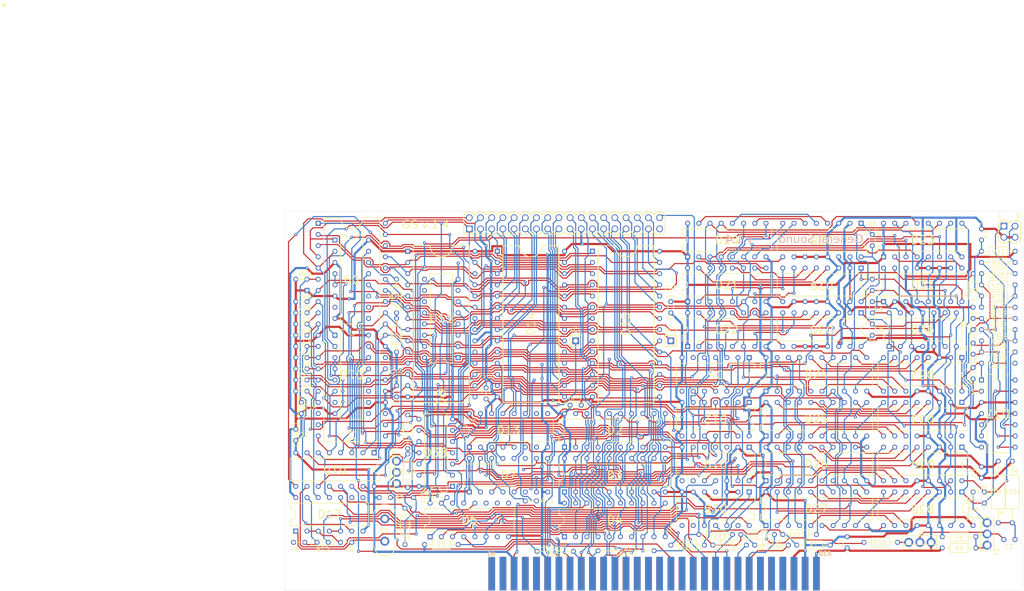
<source format=kicad_pcb>
(kicad_pcb
	(version 20240108)
	(generator "pcbnew")
	(generator_version "8.0")
	(general
		(thickness 1.6)
		(legacy_teardrops no)
	)
	(paper "A4")
	(title_block
		(title "General Sound")
		(rev "v.1.4")
		(company "X-TRADE")
	)
	(layers
		(0 "F.Cu" signal)
		(31 "B.Cu" signal)
		(32 "B.Adhes" user "B.Adhesive")
		(33 "F.Adhes" user "F.Adhesive")
		(34 "B.Paste" user)
		(35 "F.Paste" user)
		(36 "B.SilkS" user "B.Silkscreen")
		(37 "F.SilkS" user "F.Silkscreen")
		(38 "B.Mask" user)
		(39 "F.Mask" user)
		(40 "Dwgs.User" user "User.Drawings")
		(41 "Cmts.User" user "User.Comments")
		(42 "Eco1.User" user "User.Eco1")
		(43 "Eco2.User" user "User.Eco2")
		(44 "Edge.Cuts" user)
		(45 "Margin" user)
		(46 "B.CrtYd" user "B.Courtyard")
		(47 "F.CrtYd" user "F.Courtyard")
		(48 "B.Fab" user)
		(49 "F.Fab" user)
		(50 "User.1" user)
		(51 "User.2" user)
		(52 "User.3" user)
		(53 "User.4" user)
		(54 "User.5" user)
		(55 "User.6" user)
		(56 "User.7" user)
		(57 "User.8" user)
		(58 "User.9" user)
	)
	(setup
		(stackup
			(layer "F.SilkS"
				(type "Top Silk Screen")
			)
			(layer "F.Paste"
				(type "Top Solder Paste")
			)
			(layer "F.Mask"
				(type "Top Solder Mask")
				(thickness 0.01)
			)
			(layer "F.Cu"
				(type "copper")
				(thickness 0.035)
			)
			(layer "dielectric 1"
				(type "core")
				(thickness 1.51)
				(material "FR4")
				(epsilon_r 4.5)
				(loss_tangent 0.02)
			)
			(layer "B.Cu"
				(type "copper")
				(thickness 0.035)
			)
			(layer "B.Mask"
				(type "Bottom Solder Mask")
				(thickness 0.01)
			)
			(layer "B.Paste"
				(type "Bottom Solder Paste")
			)
			(layer "B.SilkS"
				(type "Bottom Silk Screen")
			)
			(copper_finish "None")
			(dielectric_constraints no)
		)
		(pad_to_mask_clearance 0)
		(allow_soldermask_bridges_in_footprints no)
		(pcbplotparams
			(layerselection 0x00010fc_ffffffff)
			(plot_on_all_layers_selection 0x0000000_00000000)
			(disableapertmacros no)
			(usegerberextensions no)
			(usegerberattributes yes)
			(usegerberadvancedattributes yes)
			(creategerberjobfile yes)
			(dashed_line_dash_ratio 12.000000)
			(dashed_line_gap_ratio 3.000000)
			(svgprecision 4)
			(plotframeref no)
			(viasonmask no)
			(mode 1)
			(useauxorigin no)
			(hpglpennumber 1)
			(hpglpenspeed 20)
			(hpglpendiameter 15.000000)
			(pdf_front_fp_property_popups yes)
			(pdf_back_fp_property_popups yes)
			(dxfpolygonmode yes)
			(dxfimperialunits yes)
			(dxfusepcbnewfont yes)
			(psnegative no)
			(psa4output no)
			(plotreference yes)
			(plotvalue yes)
			(plotfptext yes)
			(plotinvisibletext no)
			(sketchpadsonfab no)
			(subtractmaskfromsilk no)
			(outputformat 1)
			(mirror no)
			(drillshape 1)
			(scaleselection 1)
			(outputdirectory "")
		)
	)
	(net 0 "")
	(net 1 "RES")
	(net 2 "A4")
	(net 3 "A5")
	(net 4 "A6")
	(net 5 "A7")
	(net 6 "A10")
	(net 7 "A11")
	(net 8 "A12")
	(net 9 "GM")
	(net 10 "15")
	(net 11 "XN00023")
	(net 12 "19")
	(net 13 "18")
	(net 14 "XN00022")
	(net 15 "XN00027")
	(net 16 "2")
	(net 17 "ROM")
	(net 18 "CROM")
	(net 19 "MM1")
	(net 20 "B2")
	(net 21 "CD")
	(net 22 "CF")
	(net 23 "6")
	(net 24 "KL1")
	(net 25 "B3")
	(net 26 "B4")
	(net 27 "CB")
	(net 28 "INT")
	(net 29 "4")
	(net 30 "WR")
	(net 31 "K1")
	(net 32 "P1")
	(net 33 "P2")
	(net 34 "T3")
	(net 35 "RD")
	(net 36 "NMI")
	(net 37 "Z0")
	(net 38 "Z1")
	(net 39 "Z2")
	(net 40 "Z3")
	(net 41 "Z4")
	(net 42 "Z5")
	(net 43 "Z6")
	(net 44 "Z7")
	(net 45 "17")
	(net 46 "14")
	(net 47 "CP")
	(net 48 "16")
	(net 49 "20")
	(net 50 "5")
	(net 51 "8")
	(net 52 "XN00025")
	(net 53 "ZIQCE")
	(net 54 "10")
	(net 55 "KR1")
	(net 56 "9")
	(net 57 "CSDD")
	(net 58 "ZA2")
	(net 59 "ZA6")
	(net 60 "11")
	(net 61 "R1")
	(net 62 "13")
	(net 63 "12")
	(net 64 "ZA1")
	(net 65 "ZA4")
	(net 66 "B1X")
	(net 67 "ZWR")
	(net 68 "ZA5")
	(net 69 "ZA7")
	(net 70 "ZA0")
	(net 71 "ZM")
	(net 72 "IN")
	(net 73 "21")
	(net 74 "22")
	(net 75 "23")
	(net 76 "24")
	(net 77 "25")
	(net 78 "26")
	(net 79 "27")
	(net 80 "100")
	(net 81 "1")
	(net 82 "CC")
	(net 83 "ZA3")
	(net 84 "28")
	(net 85 "M1")
	(net 86 "/K1")
	(net 87 "3")
	(net 88 "IRQ")
	(net 89 "RSTR")
	(net 90 "MRQ")
	(net 91 "A0")
	(net 92 "A1")
	(net 93 "A2")
	(net 94 "A3")
	(net 95 "A8")
	(net 96 "A9")
	(net 97 "A13")
	(net 98 "A14")
	(net 99 "A15")
	(net 100 "B0")
	(net 101 "B1")
	(net 102 "CDD")
	(net 103 "CLK")
	(net 104 "29")
	(net 105 "CSC")
	(net 106 "CSD")
	(net 107 "CSF")
	(net 108 "D0")
	(net 109 "D1")
	(net 110 "D2")
	(net 111 "D3")
	(net 112 "D4")
	(net 113 "D5")
	(net 114 "D6")
	(net 115 "D7")
	(net 116 "30")
	(net 117 "31")
	(net 118 "K2")
	(net 119 "K3")
	(net 120 "K4")
	(net 121 "R2")
	(net 122 "32")
	(net 123 "RAM1")
	(net 124 "RAM2")
	(net 125 "T0")
	(net 126 "T1")
	(net 127 "T2")
	(net 128 "V0")
	(net 129 "V1")
	(net 130 "V2")
	(net 131 "V3")
	(net 132 "L0")
	(net 133 "ZIQ")
	(net 134 "33")
	(net 135 "0P")
	(net 136 "34")
	(net 137 "GND")
	(net 138 "VCC")
	(net 139 "-5V")
	(net 140 "35")
	(net 141 "36")
	(net 142 "37")
	(net 143 "38")
	(net 144 "39")
	(net 145 "40")
	(net 146 "41")
	(net 147 "42")
	(net 148 "75")
	(net 149 "77")
	(net 150 "L1")
	(net 151 "79")
	(net 152 "L2")
	(net 153 "81")
	(net 154 "L3")
	(net 155 "43")
	(net 156 "44")
	(net 157 "45")
	(net 158 "46")
	(net 159 "47")
	(net 160 "48")
	(net 161 "49")
	(net 162 "50")
	(net 163 "51")
	(net 164 "98")
	(net 165 "52")
	(net 166 "53")
	(net 167 "54")
	(net 168 "55")
	(net 169 "56")
	(net 170 "57")
	(net 171 "58")
	(net 172 "59")
	(net 173 "60")
	(net 174 "61")
	(net 175 "62")
	(net 176 "63")
	(net 177 "64")
	(net 178 "65")
	(net 179 "66")
	(net 180 "67")
	(net 181 "68")
	(net 182 "69")
	(net 183 "70")
	(net 184 "71")
	(net 185 "72")
	(net 186 "73")
	(net 187 "74")
	(net 188 "83")
	(net 189 "XN00010")
	(net 190 "XN00044")
	(net 191 "XN00043")
	(net 192 "97")
	(net 193 "101")
	(net 194 "102")
	(net 195 "99")
	(footprint "ИД7_1" (layer "F.Cu") (at 83.84 100.755 180))
	(footprint "ИД7_1" (layer "F.Cu") (at 105.43 99.485))
	(footprint "D_D2_1" (layer "F.Cu") (at 92.73 110.915))
	(footprint "ТМ9_1" (layer "F.Cu") (at 154.96 76.625))
	(footprint "Z80_1" (layer "F.Cu") (at 71.14 48.685 -90))
	(footprint "КТ1_1" (layer "F.Cu") (at 88.92 107.74 180))
	(footprint "D_D2_1" (layer "F.Cu") (at 157.5 119.297))
	(footprint "D_D2_1" (layer "F.Cu") (at 176.55 119.297))
	(footprint "ZXEDGE-60_1" (layer "F.Cu") (at 110.51 128.187))
	(footprint "572ПА1_1" (layer "F.Cu") (at 217.19 109.645 180))
	(footprint "D_D1_1" (layer "F.Cu") (at 109.24 86.023 -90))
	(footprint "D_12_1" (layer "F.Cu") (at 228.62 102.66 -90))
	(footprint "RES_R3_1" (layer "F.Cu") (at 68.6 69.005 180))
	(footprint "PLD-1_1" (layer "F.Cu") (at 129.56 75.355))
	(footprint "RES_R3_1" (layer "F.Cu") (at 68.6 61.385 180))
	(footprint "ИД7_1" (layer "F.Cu") (at 102.89 79.165 90))
	(footprint "D_D3_1" (layer "F.Cu") (at 120.797 123.107))
	(footprint "КТ_1" (layer "F.Cu") (at 210.205 121.075 -90))
	(footprint "CAP-K50-6-10_1" (layer "F.Cu") (at 221.635 52.495 90))
	(footprint "ИЕ19_1" (layer "F.Cu") (at 168.93 99.485 180))
	(footprint "ИР23_1" (layer "F.Cu") (at 172.74 96.945))
	(footprint "ЛН1_1" (layer "F.Cu") (at 66.06 118.535))
	(footprint "RES_R3_1" (layer "F.Cu") (at 68.6 71.545 180))
	(footprint "CAP_C2_1" (layer "F.Cu") (at 73.426 121.075 180))
	(footprint "CAP_C2_1" (layer "F.Cu") (at 196.87 53.765 90))
	(footprint "1401УД2_1" (layer "F.Cu") (at 200.68 76.625))
	(footprint "RES_R2_1" (layer "F.Cu") (at 212.745 122.345))
	(footprint (layer "F.Cu") (at 68.6 63.925))
	(footprint "CAP_C2_1" (layer "F.Cu") (at 151.15 69.005 90))
	(footprint "ТМ2_1" (layer "F.Cu") (at 168.93 79.165 180))
	(footprint "RES_R3_1" (layer "F.Cu") (at 65.552 121.075))
	(footprint "RES_R2_1" (layer "F.Cu") (at 91.46 108.629 90))
	(footprint "CAP_C2_1" (layer "F.Cu") (at 196.87 61.385 -90))
	(footprint "ИЕ2_1" (layer "F.Cu") (at 168.93 109.645 180))
	(footprint "572ПА1_1" (layer "F.Cu") (at 217.19 99.485 180))
	(footprint "ИР23_1" (layer "F.Cu") (at 127.02 99.485))
	(footprint "КТ1_1" (layer "F.Cu") (at 222.905 116.63))
	(footprint "D_D2_1" (layer "F.Cu") (at 88.92 69.005 90))
	(footprint "CAP-K50-6-10_1" (layer "F.Cu") (at 191.155 119.805 -90))
	(footprint "RES_R3_1" (layer "F.Cu") (at 68.6 66.465 180))
	(footprint "ИД7_1" (layer "F.Cu") (at 74.95 74.085 -90))
	(footprint "RES_R2_1" (layer "F.Cu") (at 221.635 75.355))
	(footprint "RES_R2_1" (layer "F.Cu") (at 88.92 70.275 -90))
	(footprint "RES_R2_1" (layer "F.Cu") (at 219.73 67.735 90))
	(footprint "RES_R2_1" (layer "F.Cu") (at 221.635 60.115))
	(footprint "D_D2_1" (layer "F.Cu") (at 167.025 119.297))
	(footprint "CAP_C2_1" (layer "F.Cu") (at 219.73 78.403 90))
	(footprint "572ПА1_1" (layer "F.Cu") (at 194.33 58.845 180))
	(footprint "RES_R2_1" (layer "F.Cu") (at 221.635 55.035))
	(footprint "CAP_C2_1" (layer "F.Cu") (at 88.92 88.055 90))
	(footprint "ИР23_1" (layer "F.Cu") (at 172.74 117.265))
	(footprint "CAP_C2_1" (layer "F.Cu") (at 196.87 74.085 90))
	(footprint "ECS-10-13-1_1" (layer "F.Cu") (at 86.253 120.821 90))
	(footprint "RES_R3_1" (layer "F.Cu") (at 68.6 86.785 180))
	(footprint "RES_R3_1" (layer "F.Cu") (at 68.6 79.165 180))
	(footprint "PLD-4-SQ_1" (layer "F.Cu") (at 226.715 49.32))
	(footprint "ТМ9_1" (layer "F.Cu") (at 199.41 56.305))
	(footprint "62256_1" (layer "F.Cu") (at 133.37 55.035 -90))
	(footprint "RES_R2_1" (layer "F.Cu") (at 221.635 67.735))
	(footprint "RES_R3_1" (layer "F.Cu") (at 118.13 111.677))
	(footprint "62256_1" (layer "F.Cu") (at 111.78 55.035 -90))
	(footprint "D_D3_1" (layer "F.Cu") (at 90.825 121.583 90))
	(footprint "RES_R2_1" (layer "F.Cu") (at 229.255 62.655 180))
	(footprint "ТМ9_1"
		(layer "F.Cu")
		(uuid "8a3435d0-2b5b-4514-9bd1-5171c3ebbdcf")
		(at 154.96 66.465)
		(property "Reference" "D21"
			(at 8.89 -3.81 0)
			(unlocked yes)
			(layer "F.SilkS")
			(uuid "38f12c7c-1e7e-4852-bc49-7869ac86c786")
			(effects
				(font
					(size 1.857375 1.857375)
					(thickness 0.231775)
				)
			)
		)
		(property "Value" "1533ТМ9"
			(at 0 0 0)
			(unlocked yes)
			(layer "F.SilkS")
			(hide yes)
			(uuid "a91f4165-11f6-4565-8466-ccc74ec58034")
			(effects
				(font
					(size 0.001 0.001)
					(thickness 0.15)
				)
			)
		)
		(property "Footprint" ""
			(at 0 0 0)
			(layer "F.Fab")
			(hide yes)
			(uuid "6c0f9285-4097-47b2-879c-39d6f5363f8b")
			(effects
				(font
					(size 1.27 1.27)
					(thickness 0.15)
				)
			)
		)
		(property "Datasheet" ""
			(at 0 0 0)
			(layer "F.Fab")
			(hide yes)
			(uuid "0f7473f4-febc-4434-aa38-13b40cb664ba")
			(effects
				(font
					(size 1.27 1.27)
					(thickness 0.15)
				)
			)
		)
		(property "Description" ""
			(at 0 0 0)
			(layer "F.Fab")
			(hide yes)
			(uuid "f099c36e-c88c-4c77-9a87-54984c492091")
			(effects
				(font
					(size 1.27 1.27)
					(thickness 0.15)
				)
			)
		)
		(fp_arc
			(start -1.27 -5.08)
			(mid 0 -3.81)
			(end -1.27 -2.54)
			(stroke
				(width 0.15001)
				(type solid)
			)
			(layer "F.SilkS")
			(uuid "7f587e75-5bc6-4193-bb07-fad2174478b7")
		)
		(pad "1" thru_hole rect
			(at 0 0 90)
			(size 1.143 1.143)
			(drill 0.7)
			(layers "*.Cu" "*.Mask")
			(remove_unused_layers no)
			(net 138 "VCC")
			(thermal_bridge_angle 45)
			(uuid "9b5fa531-edee-432c-b93f-ac7055feb5f1")
		)
		(pad "2" thru_hole circle
			(at 2.54 0 90)
			(size 1.1176 1.1176)
			(drill 0.7)
			(layers "*.Cu" "*.Mask")
			(remove_unused_layers no)
			(net 78 "26")
			(uuid "fdf4ccfc-32bb-4822-aa8d-af871c60ce1d")
		)
		(pad "3" thru_hole circle
			(at 5.08 0 90)
			(size 1.1176 1.1176)
			(drill 0.7)
			(layers "*.Cu" "*.Mask")
			(remove_unused_layers no)
			(net 108 "D0")
			(uuid "66ac7a82-f780-469e-9ec0-089ed8eb5e81")
		)
		(pad "4" thru_hole circle
			(at 7.62 0 90)
			(size 1.1176 1.1176)
			(drill 0.7)
			(layers "*.Cu" "*.Mask")
			(remove_unused_layers no)
			(net 109 "D1")
			(uuid "f77ebb11-e506-473f-822d-b798b1da60fa")
		)
		(pad "5" thru_hole circle
			(at 10.16 0 90)
			(size 1.1176 1.1176)
			(drill 0.7)
			(layers "*.Cu" "*.Mask")
			(remove_unused_layers no)
			(net 79 "27")
			(uuid "3355d04d-32a3-49ef-9418-b1dda495b7fb")
		)
		(pad "6" thru_hole circle
			(at 12.7 0 90)
			(size 1.1176 1.1176)
			(drill 0.7)
			(layers "*.Cu" "*.Mask")
			(remove_unused_layers no)
			(net 110 "D2")
			(uuid "371acd84-4291-4f97-b8c3-838d1bc95ae5")
		)
		(pad "7" thru_hole circle
			(at 15.24 0 90)
			(size 1.1176 1.1176)
			(drill 0.7)
			(layers "*.Cu" "*.Mask")
			(remove_unused_layers no)
			(net 84 "28")
			(uuid "cfd9323c-8fc5-4812-85b5-65cedb79b4bb")
		)
		(pad "8" thru_hole circle
			(at 17.78 0 90)
			(size 1.1176 1.1176)
			(drill 0.7)
			(layers "*.Cu" "*.Mask")
			(remove_unused_layers no)
			(net 137 "GND")
			(uuid "2fa09a09-fb48-489e-ab0f-c8009cf33074")
		)
		(pad "9" thru_hole circle
			(at 17.78 -7.62 90)
			(size 1.1176 1.1176)
			(drill 0.7)
			(layers "*.Cu" "*.Mask")
			(remove_unused_layers no)
			(net 129 "V1
... [1028240 chars truncated]
</source>
